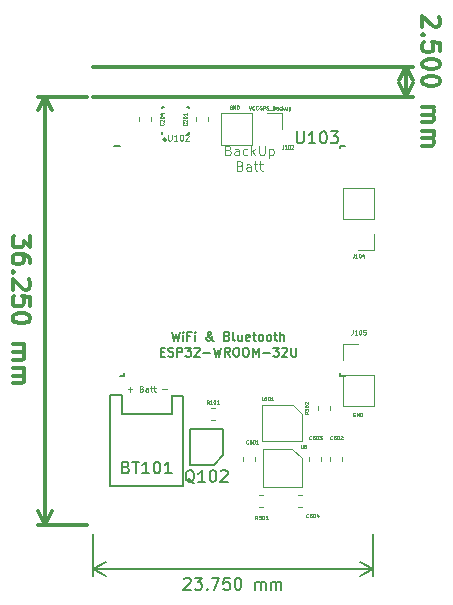
<source format=gto>
G04 #@! TF.GenerationSoftware,KiCad,Pcbnew,(5.0.2)-1*
G04 #@! TF.CreationDate,2019-05-04T17:06:02+02:00*
G04 #@! TF.ProjectId,Cowbell_mini,436f7762-656c-46c5-9f6d-696e692e6b69,v0.4*
G04 #@! TF.SameCoordinates,Original*
G04 #@! TF.FileFunction,Legend,Top*
G04 #@! TF.FilePolarity,Positive*
%FSLAX46Y46*%
G04 Gerber Fmt 4.6, Leading zero omitted, Abs format (unit mm)*
G04 Created by KiCad (PCBNEW (5.0.2)-1) date 5/4/2019 5:06:02 PM*
%MOMM*%
%LPD*%
G01*
G04 APERTURE LIST*
%ADD10C,0.075000*%
%ADD11C,0.300000*%
%ADD12C,0.150000*%
%ADD13C,0.125000*%
%ADD14C,0.190500*%
%ADD15C,0.120000*%
%ADD16C,0.050000*%
%ADD17C,0.050800*%
G04 APERTURE END LIST*
D10*
X137404708Y-54591880D02*
X137376137Y-54577594D01*
X137333280Y-54577594D01*
X137290422Y-54591880D01*
X137261851Y-54620451D01*
X137247565Y-54649022D01*
X137233280Y-54706165D01*
X137233280Y-54749022D01*
X137247565Y-54806165D01*
X137261851Y-54834737D01*
X137290422Y-54863308D01*
X137333280Y-54877594D01*
X137361851Y-54877594D01*
X137404708Y-54863308D01*
X137418994Y-54849022D01*
X137418994Y-54749022D01*
X137361851Y-54749022D01*
X137547565Y-54877594D02*
X137547565Y-54577594D01*
X137718994Y-54877594D01*
X137718994Y-54577594D01*
X137861851Y-54877594D02*
X137861851Y-54577594D01*
X137933280Y-54577594D01*
X137976137Y-54591880D01*
X138004708Y-54620451D01*
X138018994Y-54649022D01*
X138033280Y-54706165D01*
X138033280Y-54749022D01*
X138018994Y-54806165D01*
X138004708Y-54834737D01*
X137976137Y-54863308D01*
X137933280Y-54877594D01*
X137861851Y-54877594D01*
X128424254Y-28598474D02*
X128524254Y-28898474D01*
X128624254Y-28598474D01*
X128895682Y-28869902D02*
X128881397Y-28884188D01*
X128838540Y-28898474D01*
X128809968Y-28898474D01*
X128767111Y-28884188D01*
X128738540Y-28855617D01*
X128724254Y-28827045D01*
X128709968Y-28769902D01*
X128709968Y-28727045D01*
X128724254Y-28669902D01*
X128738540Y-28641331D01*
X128767111Y-28612760D01*
X128809968Y-28598474D01*
X128838540Y-28598474D01*
X128881397Y-28612760D01*
X128895682Y-28627045D01*
X129195682Y-28869902D02*
X129181397Y-28884188D01*
X129138540Y-28898474D01*
X129109968Y-28898474D01*
X129067111Y-28884188D01*
X129038540Y-28855617D01*
X129024254Y-28827045D01*
X129009968Y-28769902D01*
X129009968Y-28727045D01*
X129024254Y-28669902D01*
X129038540Y-28641331D01*
X129067111Y-28612760D01*
X129109968Y-28598474D01*
X129138540Y-28598474D01*
X129181397Y-28612760D01*
X129195682Y-28627045D01*
X129481397Y-28612760D02*
X129452825Y-28598474D01*
X129409968Y-28598474D01*
X129367111Y-28612760D01*
X129338540Y-28641331D01*
X129324254Y-28669902D01*
X129309968Y-28727045D01*
X129309968Y-28769902D01*
X129324254Y-28827045D01*
X129338540Y-28855617D01*
X129367111Y-28884188D01*
X129409968Y-28898474D01*
X129438540Y-28898474D01*
X129481397Y-28884188D01*
X129495682Y-28869902D01*
X129495682Y-28769902D01*
X129438540Y-28769902D01*
X129624254Y-28898474D02*
X129624254Y-28598474D01*
X129738540Y-28598474D01*
X129767111Y-28612760D01*
X129781397Y-28627045D01*
X129795682Y-28655617D01*
X129795682Y-28698474D01*
X129781397Y-28727045D01*
X129767111Y-28741331D01*
X129738540Y-28755617D01*
X129624254Y-28755617D01*
X129909968Y-28884188D02*
X129952825Y-28898474D01*
X130024254Y-28898474D01*
X130052825Y-28884188D01*
X130067111Y-28869902D01*
X130081397Y-28841331D01*
X130081397Y-28812760D01*
X130067111Y-28784188D01*
X130052825Y-28769902D01*
X130024254Y-28755617D01*
X129967111Y-28741331D01*
X129938540Y-28727045D01*
X129924254Y-28712760D01*
X129909968Y-28684188D01*
X129909968Y-28655617D01*
X129924254Y-28627045D01*
X129938540Y-28612760D01*
X129967111Y-28598474D01*
X130038540Y-28598474D01*
X130081397Y-28612760D01*
X130138540Y-28927045D02*
X130367111Y-28927045D01*
X130538540Y-28741331D02*
X130581397Y-28755617D01*
X130595682Y-28769902D01*
X130609968Y-28798474D01*
X130609968Y-28841331D01*
X130595682Y-28869902D01*
X130581397Y-28884188D01*
X130552825Y-28898474D01*
X130438540Y-28898474D01*
X130438540Y-28598474D01*
X130538540Y-28598474D01*
X130567111Y-28612760D01*
X130581397Y-28627045D01*
X130595682Y-28655617D01*
X130595682Y-28684188D01*
X130581397Y-28712760D01*
X130567111Y-28727045D01*
X130538540Y-28741331D01*
X130438540Y-28741331D01*
X130867111Y-28898474D02*
X130867111Y-28741331D01*
X130852825Y-28712760D01*
X130824254Y-28698474D01*
X130767111Y-28698474D01*
X130738540Y-28712760D01*
X130867111Y-28884188D02*
X130838540Y-28898474D01*
X130767111Y-28898474D01*
X130738540Y-28884188D01*
X130724254Y-28855617D01*
X130724254Y-28827045D01*
X130738540Y-28798474D01*
X130767111Y-28784188D01*
X130838540Y-28784188D01*
X130867111Y-28769902D01*
X131138540Y-28884188D02*
X131109968Y-28898474D01*
X131052825Y-28898474D01*
X131024254Y-28884188D01*
X131009968Y-28869902D01*
X130995682Y-28841331D01*
X130995682Y-28755617D01*
X131009968Y-28727045D01*
X131024254Y-28712760D01*
X131052825Y-28698474D01*
X131109968Y-28698474D01*
X131138540Y-28712760D01*
X131267111Y-28898474D02*
X131267111Y-28598474D01*
X131295682Y-28784188D02*
X131381397Y-28898474D01*
X131381397Y-28698474D02*
X131267111Y-28812760D01*
X131638540Y-28698474D02*
X131638540Y-28898474D01*
X131509968Y-28698474D02*
X131509968Y-28855617D01*
X131524254Y-28884188D01*
X131552825Y-28898474D01*
X131595682Y-28898474D01*
X131624254Y-28884188D01*
X131638540Y-28869902D01*
X131781397Y-28698474D02*
X131781397Y-28998474D01*
X131781397Y-28712760D02*
X131809968Y-28698474D01*
X131867111Y-28698474D01*
X131895682Y-28712760D01*
X131909968Y-28727045D01*
X131924254Y-28755617D01*
X131924254Y-28841331D01*
X131909968Y-28869902D01*
X131895682Y-28884188D01*
X131867111Y-28898474D01*
X131809968Y-28898474D01*
X131781397Y-28884188D01*
X126967848Y-28561960D02*
X126939277Y-28547674D01*
X126896420Y-28547674D01*
X126853562Y-28561960D01*
X126824991Y-28590531D01*
X126810705Y-28619102D01*
X126796420Y-28676245D01*
X126796420Y-28719102D01*
X126810705Y-28776245D01*
X126824991Y-28804817D01*
X126853562Y-28833388D01*
X126896420Y-28847674D01*
X126924991Y-28847674D01*
X126967848Y-28833388D01*
X126982134Y-28819102D01*
X126982134Y-28719102D01*
X126924991Y-28719102D01*
X127110705Y-28847674D02*
X127110705Y-28547674D01*
X127282134Y-28847674D01*
X127282134Y-28547674D01*
X127424991Y-28847674D02*
X127424991Y-28547674D01*
X127496420Y-28547674D01*
X127539277Y-28561960D01*
X127567848Y-28590531D01*
X127582134Y-28619102D01*
X127596420Y-28676245D01*
X127596420Y-28719102D01*
X127582134Y-28776245D01*
X127567848Y-28804817D01*
X127539277Y-28833388D01*
X127496420Y-28847674D01*
X127424991Y-28847674D01*
D11*
X144478571Y-21050000D02*
X144550000Y-21121428D01*
X144621428Y-21264285D01*
X144621428Y-21621428D01*
X144550000Y-21764285D01*
X144478571Y-21835714D01*
X144335714Y-21907142D01*
X144192857Y-21907142D01*
X143978571Y-21835714D01*
X143121428Y-20978571D01*
X143121428Y-21907142D01*
X143264285Y-22550000D02*
X143192857Y-22621428D01*
X143121428Y-22550000D01*
X143192857Y-22478571D01*
X143264285Y-22550000D01*
X143121428Y-22550000D01*
X144621428Y-23978571D02*
X144621428Y-23264285D01*
X143907142Y-23192857D01*
X143978571Y-23264285D01*
X144050000Y-23407142D01*
X144050000Y-23764285D01*
X143978571Y-23907142D01*
X143907142Y-23978571D01*
X143764285Y-24050000D01*
X143407142Y-24050000D01*
X143264285Y-23978571D01*
X143192857Y-23907142D01*
X143121428Y-23764285D01*
X143121428Y-23407142D01*
X143192857Y-23264285D01*
X143264285Y-23192857D01*
X144621428Y-24978571D02*
X144621428Y-25121428D01*
X144550000Y-25264285D01*
X144478571Y-25335714D01*
X144335714Y-25407142D01*
X144050000Y-25478571D01*
X143692857Y-25478571D01*
X143407142Y-25407142D01*
X143264285Y-25335714D01*
X143192857Y-25264285D01*
X143121428Y-25121428D01*
X143121428Y-24978571D01*
X143192857Y-24835714D01*
X143264285Y-24764285D01*
X143407142Y-24692857D01*
X143692857Y-24621428D01*
X144050000Y-24621428D01*
X144335714Y-24692857D01*
X144478571Y-24764285D01*
X144550000Y-24835714D01*
X144621428Y-24978571D01*
X144621428Y-26407142D02*
X144621428Y-26550000D01*
X144550000Y-26692857D01*
X144478571Y-26764285D01*
X144335714Y-26835714D01*
X144050000Y-26907142D01*
X143692857Y-26907142D01*
X143407142Y-26835714D01*
X143264285Y-26764285D01*
X143192857Y-26692857D01*
X143121428Y-26550000D01*
X143121428Y-26407142D01*
X143192857Y-26264285D01*
X143264285Y-26192857D01*
X143407142Y-26121428D01*
X143692857Y-26050000D01*
X144050000Y-26050000D01*
X144335714Y-26121428D01*
X144478571Y-26192857D01*
X144550000Y-26264285D01*
X144621428Y-26407142D01*
X143121428Y-28692857D02*
X144121428Y-28692857D01*
X143978571Y-28692857D02*
X144050000Y-28764285D01*
X144121428Y-28907142D01*
X144121428Y-29121428D01*
X144050000Y-29264285D01*
X143907142Y-29335714D01*
X143121428Y-29335714D01*
X143907142Y-29335714D02*
X144050000Y-29407142D01*
X144121428Y-29550000D01*
X144121428Y-29764285D01*
X144050000Y-29907142D01*
X143907142Y-29978571D01*
X143121428Y-29978571D01*
X143121428Y-30692857D02*
X144121428Y-30692857D01*
X143978571Y-30692857D02*
X144050000Y-30764285D01*
X144121428Y-30907142D01*
X144121428Y-31121428D01*
X144050000Y-31264285D01*
X143907142Y-31335714D01*
X143121428Y-31335714D01*
X143907142Y-31335714D02*
X144050000Y-31407142D01*
X144121428Y-31550000D01*
X144121428Y-31764285D01*
X144050000Y-31907142D01*
X143907142Y-31978571D01*
X143121428Y-31978571D01*
X141700000Y-25300000D02*
X141700000Y-27800000D01*
X115200000Y-25300000D02*
X142286421Y-25300000D01*
X115200000Y-27800000D02*
X142286421Y-27800000D01*
X141700000Y-27800000D02*
X141113579Y-26673496D01*
X141700000Y-27800000D02*
X142286421Y-26673496D01*
X141700000Y-25300000D02*
X141113579Y-26426504D01*
X141700000Y-25300000D02*
X142286421Y-26426504D01*
D12*
X122932142Y-68644595D02*
X122979761Y-68596976D01*
X123075000Y-68549356D01*
X123313095Y-68549356D01*
X123408333Y-68596976D01*
X123455952Y-68644595D01*
X123503571Y-68739833D01*
X123503571Y-68835071D01*
X123455952Y-68977928D01*
X122884523Y-69549356D01*
X123503571Y-69549356D01*
X123836904Y-68549356D02*
X124455952Y-68549356D01*
X124122619Y-68930309D01*
X124265476Y-68930309D01*
X124360714Y-68977928D01*
X124408333Y-69025547D01*
X124455952Y-69120785D01*
X124455952Y-69358880D01*
X124408333Y-69454118D01*
X124360714Y-69501737D01*
X124265476Y-69549356D01*
X123979761Y-69549356D01*
X123884523Y-69501737D01*
X123836904Y-69454118D01*
X124884523Y-69454118D02*
X124932142Y-69501737D01*
X124884523Y-69549356D01*
X124836904Y-69501737D01*
X124884523Y-69454118D01*
X124884523Y-69549356D01*
X125265476Y-68549356D02*
X125932142Y-68549356D01*
X125503571Y-69549356D01*
X126789285Y-68549356D02*
X126313095Y-68549356D01*
X126265476Y-69025547D01*
X126313095Y-68977928D01*
X126408333Y-68930309D01*
X126646428Y-68930309D01*
X126741666Y-68977928D01*
X126789285Y-69025547D01*
X126836904Y-69120785D01*
X126836904Y-69358880D01*
X126789285Y-69454118D01*
X126741666Y-69501737D01*
X126646428Y-69549356D01*
X126408333Y-69549356D01*
X126313095Y-69501737D01*
X126265476Y-69454118D01*
X127455952Y-68549356D02*
X127551190Y-68549356D01*
X127646428Y-68596976D01*
X127694047Y-68644595D01*
X127741666Y-68739833D01*
X127789285Y-68930309D01*
X127789285Y-69168404D01*
X127741666Y-69358880D01*
X127694047Y-69454118D01*
X127646428Y-69501737D01*
X127551190Y-69549356D01*
X127455952Y-69549356D01*
X127360714Y-69501737D01*
X127313095Y-69454118D01*
X127265476Y-69358880D01*
X127217857Y-69168404D01*
X127217857Y-68930309D01*
X127265476Y-68739833D01*
X127313095Y-68644595D01*
X127360714Y-68596976D01*
X127455952Y-68549356D01*
X128979761Y-69549356D02*
X128979761Y-68882690D01*
X128979761Y-68977928D02*
X129027380Y-68930309D01*
X129122619Y-68882690D01*
X129265476Y-68882690D01*
X129360714Y-68930309D01*
X129408333Y-69025547D01*
X129408333Y-69549356D01*
X129408333Y-69025547D02*
X129455952Y-68930309D01*
X129551190Y-68882690D01*
X129694047Y-68882690D01*
X129789285Y-68930309D01*
X129836904Y-69025547D01*
X129836904Y-69549356D01*
X130313095Y-69549356D02*
X130313095Y-68882690D01*
X130313095Y-68977928D02*
X130360714Y-68930309D01*
X130455952Y-68882690D01*
X130598809Y-68882690D01*
X130694047Y-68930309D01*
X130741666Y-69025547D01*
X130741666Y-69549356D01*
X130741666Y-69025547D02*
X130789285Y-68930309D01*
X130884523Y-68882690D01*
X131027380Y-68882690D01*
X131122619Y-68930309D01*
X131170238Y-69025547D01*
X131170238Y-69549356D01*
X115200000Y-67796976D02*
X138950000Y-67796976D01*
X115200000Y-64800000D02*
X115200000Y-68383397D01*
X138950000Y-64800000D02*
X138950000Y-68383397D01*
X138950000Y-67796976D02*
X137823496Y-68383397D01*
X138950000Y-67796976D02*
X137823496Y-67210555D01*
X115200000Y-67796976D02*
X116326504Y-68383397D01*
X115200000Y-67796976D02*
X116326504Y-67210555D01*
D13*
X118172322Y-52588114D02*
X118553275Y-52588114D01*
X118362799Y-52778590D02*
X118362799Y-52397638D01*
X119338989Y-52516685D02*
X119410418Y-52540495D01*
X119434227Y-52564304D01*
X119458037Y-52611923D01*
X119458037Y-52683352D01*
X119434227Y-52730971D01*
X119410418Y-52754780D01*
X119362799Y-52778590D01*
X119172322Y-52778590D01*
X119172322Y-52278590D01*
X119338989Y-52278590D01*
X119386608Y-52302400D01*
X119410418Y-52326209D01*
X119434227Y-52373828D01*
X119434227Y-52421447D01*
X119410418Y-52469066D01*
X119386608Y-52492876D01*
X119338989Y-52516685D01*
X119172322Y-52516685D01*
X119886608Y-52778590D02*
X119886608Y-52516685D01*
X119862799Y-52469066D01*
X119815180Y-52445257D01*
X119719941Y-52445257D01*
X119672322Y-52469066D01*
X119886608Y-52754780D02*
X119838989Y-52778590D01*
X119719941Y-52778590D01*
X119672322Y-52754780D01*
X119648513Y-52707161D01*
X119648513Y-52659542D01*
X119672322Y-52611923D01*
X119719941Y-52588114D01*
X119838989Y-52588114D01*
X119886608Y-52564304D01*
X120053275Y-52445257D02*
X120243751Y-52445257D01*
X120124703Y-52278590D02*
X120124703Y-52707161D01*
X120148513Y-52754780D01*
X120196132Y-52778590D01*
X120243751Y-52778590D01*
X120338989Y-52445257D02*
X120529465Y-52445257D01*
X120410418Y-52278590D02*
X120410418Y-52707161D01*
X120434227Y-52754780D01*
X120481846Y-52778590D01*
X120529465Y-52778590D01*
X121077084Y-52588114D02*
X121458037Y-52588114D01*
X126697619Y-32330357D02*
X126811904Y-32368452D01*
X126850000Y-32406547D01*
X126888095Y-32482738D01*
X126888095Y-32597023D01*
X126850000Y-32673214D01*
X126811904Y-32711309D01*
X126735714Y-32749404D01*
X126430952Y-32749404D01*
X126430952Y-31949404D01*
X126697619Y-31949404D01*
X126773809Y-31987500D01*
X126811904Y-32025595D01*
X126850000Y-32101785D01*
X126850000Y-32177976D01*
X126811904Y-32254166D01*
X126773809Y-32292261D01*
X126697619Y-32330357D01*
X126430952Y-32330357D01*
X127573809Y-32749404D02*
X127573809Y-32330357D01*
X127535714Y-32254166D01*
X127459523Y-32216071D01*
X127307142Y-32216071D01*
X127230952Y-32254166D01*
X127573809Y-32711309D02*
X127497619Y-32749404D01*
X127307142Y-32749404D01*
X127230952Y-32711309D01*
X127192857Y-32635119D01*
X127192857Y-32558928D01*
X127230952Y-32482738D01*
X127307142Y-32444642D01*
X127497619Y-32444642D01*
X127573809Y-32406547D01*
X128297619Y-32711309D02*
X128221428Y-32749404D01*
X128069047Y-32749404D01*
X127992857Y-32711309D01*
X127954761Y-32673214D01*
X127916666Y-32597023D01*
X127916666Y-32368452D01*
X127954761Y-32292261D01*
X127992857Y-32254166D01*
X128069047Y-32216071D01*
X128221428Y-32216071D01*
X128297619Y-32254166D01*
X128640476Y-32749404D02*
X128640476Y-31949404D01*
X128716666Y-32444642D02*
X128945238Y-32749404D01*
X128945238Y-32216071D02*
X128640476Y-32520833D01*
X129288095Y-31949404D02*
X129288095Y-32597023D01*
X129326190Y-32673214D01*
X129364285Y-32711309D01*
X129440476Y-32749404D01*
X129592857Y-32749404D01*
X129669047Y-32711309D01*
X129707142Y-32673214D01*
X129745238Y-32597023D01*
X129745238Y-31949404D01*
X130126190Y-32216071D02*
X130126190Y-33016071D01*
X130126190Y-32254166D02*
X130202380Y-32216071D01*
X130354761Y-32216071D01*
X130430952Y-32254166D01*
X130469047Y-32292261D01*
X130507142Y-32368452D01*
X130507142Y-32597023D01*
X130469047Y-32673214D01*
X130430952Y-32711309D01*
X130354761Y-32749404D01*
X130202380Y-32749404D01*
X130126190Y-32711309D01*
X127688095Y-33655357D02*
X127802380Y-33693452D01*
X127840476Y-33731547D01*
X127878571Y-33807738D01*
X127878571Y-33922023D01*
X127840476Y-33998214D01*
X127802380Y-34036309D01*
X127726190Y-34074404D01*
X127421428Y-34074404D01*
X127421428Y-33274404D01*
X127688095Y-33274404D01*
X127764285Y-33312500D01*
X127802380Y-33350595D01*
X127840476Y-33426785D01*
X127840476Y-33502976D01*
X127802380Y-33579166D01*
X127764285Y-33617261D01*
X127688095Y-33655357D01*
X127421428Y-33655357D01*
X128564285Y-34074404D02*
X128564285Y-33655357D01*
X128526190Y-33579166D01*
X128450000Y-33541071D01*
X128297619Y-33541071D01*
X128221428Y-33579166D01*
X128564285Y-34036309D02*
X128488095Y-34074404D01*
X128297619Y-34074404D01*
X128221428Y-34036309D01*
X128183333Y-33960119D01*
X128183333Y-33883928D01*
X128221428Y-33807738D01*
X128297619Y-33769642D01*
X128488095Y-33769642D01*
X128564285Y-33731547D01*
X128830952Y-33541071D02*
X129135714Y-33541071D01*
X128945238Y-33274404D02*
X128945238Y-33960119D01*
X128983333Y-34036309D01*
X129059523Y-34074404D01*
X129135714Y-34074404D01*
X129288095Y-33541071D02*
X129592857Y-33541071D01*
X129402380Y-33274404D02*
X129402380Y-33960119D01*
X129440476Y-34036309D01*
X129516666Y-34074404D01*
X129592857Y-34074404D01*
D14*
X121910285Y-47715964D02*
X122091714Y-48477964D01*
X122236857Y-47933678D01*
X122382000Y-48477964D01*
X122563428Y-47715964D01*
X122853714Y-48477964D02*
X122853714Y-47969964D01*
X122853714Y-47715964D02*
X122817428Y-47752250D01*
X122853714Y-47788535D01*
X122890000Y-47752250D01*
X122853714Y-47715964D01*
X122853714Y-47788535D01*
X123470571Y-48078821D02*
X123216571Y-48078821D01*
X123216571Y-48477964D02*
X123216571Y-47715964D01*
X123579428Y-47715964D01*
X123869714Y-48477964D02*
X123869714Y-47969964D01*
X123869714Y-47715964D02*
X123833428Y-47752250D01*
X123869714Y-47788535D01*
X123906000Y-47752250D01*
X123869714Y-47715964D01*
X123869714Y-47788535D01*
X125430000Y-48477964D02*
X125393714Y-48477964D01*
X125321142Y-48441678D01*
X125212285Y-48332821D01*
X125030857Y-48115107D01*
X124958285Y-48006250D01*
X124922000Y-47897392D01*
X124922000Y-47824821D01*
X124958285Y-47752250D01*
X125030857Y-47715964D01*
X125067142Y-47715964D01*
X125139714Y-47752250D01*
X125176000Y-47824821D01*
X125176000Y-47861107D01*
X125139714Y-47933678D01*
X125103428Y-47969964D01*
X124885714Y-48115107D01*
X124849428Y-48151392D01*
X124813142Y-48223964D01*
X124813142Y-48332821D01*
X124849428Y-48405392D01*
X124885714Y-48441678D01*
X124958285Y-48477964D01*
X125067142Y-48477964D01*
X125139714Y-48441678D01*
X125176000Y-48405392D01*
X125284857Y-48260250D01*
X125321142Y-48151392D01*
X125321142Y-48078821D01*
X126591142Y-48078821D02*
X126700000Y-48115107D01*
X126736285Y-48151392D01*
X126772571Y-48223964D01*
X126772571Y-48332821D01*
X126736285Y-48405392D01*
X126700000Y-48441678D01*
X126627428Y-48477964D01*
X126337142Y-48477964D01*
X126337142Y-47715964D01*
X126591142Y-47715964D01*
X126663714Y-47752250D01*
X126700000Y-47788535D01*
X126736285Y-47861107D01*
X126736285Y-47933678D01*
X126700000Y-48006250D01*
X126663714Y-48042535D01*
X126591142Y-48078821D01*
X126337142Y-48078821D01*
X127208000Y-48477964D02*
X127135428Y-48441678D01*
X127099142Y-48369107D01*
X127099142Y-47715964D01*
X127824857Y-47969964D02*
X127824857Y-48477964D01*
X127498285Y-47969964D02*
X127498285Y-48369107D01*
X127534571Y-48441678D01*
X127607142Y-48477964D01*
X127716000Y-48477964D01*
X127788571Y-48441678D01*
X127824857Y-48405392D01*
X128478000Y-48441678D02*
X128405428Y-48477964D01*
X128260285Y-48477964D01*
X128187714Y-48441678D01*
X128151428Y-48369107D01*
X128151428Y-48078821D01*
X128187714Y-48006250D01*
X128260285Y-47969964D01*
X128405428Y-47969964D01*
X128478000Y-48006250D01*
X128514285Y-48078821D01*
X128514285Y-48151392D01*
X128151428Y-48223964D01*
X128732000Y-47969964D02*
X129022285Y-47969964D01*
X128840857Y-47715964D02*
X128840857Y-48369107D01*
X128877142Y-48441678D01*
X128949714Y-48477964D01*
X129022285Y-48477964D01*
X129385142Y-48477964D02*
X129312571Y-48441678D01*
X129276285Y-48405392D01*
X129240000Y-48332821D01*
X129240000Y-48115107D01*
X129276285Y-48042535D01*
X129312571Y-48006250D01*
X129385142Y-47969964D01*
X129494000Y-47969964D01*
X129566571Y-48006250D01*
X129602857Y-48042535D01*
X129639142Y-48115107D01*
X129639142Y-48332821D01*
X129602857Y-48405392D01*
X129566571Y-48441678D01*
X129494000Y-48477964D01*
X129385142Y-48477964D01*
X130074571Y-48477964D02*
X130002000Y-48441678D01*
X129965714Y-48405392D01*
X129929428Y-48332821D01*
X129929428Y-48115107D01*
X129965714Y-48042535D01*
X130002000Y-48006250D01*
X130074571Y-47969964D01*
X130183428Y-47969964D01*
X130256000Y-48006250D01*
X130292285Y-48042535D01*
X130328571Y-48115107D01*
X130328571Y-48332821D01*
X130292285Y-48405392D01*
X130256000Y-48441678D01*
X130183428Y-48477964D01*
X130074571Y-48477964D01*
X130546285Y-47969964D02*
X130836571Y-47969964D01*
X130655142Y-47715964D02*
X130655142Y-48369107D01*
X130691428Y-48441678D01*
X130764000Y-48477964D01*
X130836571Y-48477964D01*
X131090571Y-48477964D02*
X131090571Y-47715964D01*
X131417142Y-48477964D02*
X131417142Y-48078821D01*
X131380857Y-48006250D01*
X131308285Y-47969964D01*
X131199428Y-47969964D01*
X131126857Y-48006250D01*
X131090571Y-48042535D01*
X120948714Y-49412321D02*
X121202714Y-49412321D01*
X121311571Y-49811464D02*
X120948714Y-49811464D01*
X120948714Y-49049464D01*
X121311571Y-49049464D01*
X121601857Y-49775178D02*
X121710714Y-49811464D01*
X121892142Y-49811464D01*
X121964714Y-49775178D01*
X122001000Y-49738892D01*
X122037285Y-49666321D01*
X122037285Y-49593750D01*
X122001000Y-49521178D01*
X121964714Y-49484892D01*
X121892142Y-49448607D01*
X121747000Y-49412321D01*
X121674428Y-49376035D01*
X121638142Y-49339750D01*
X121601857Y-49267178D01*
X121601857Y-49194607D01*
X121638142Y-49122035D01*
X121674428Y-49085750D01*
X121747000Y-49049464D01*
X121928428Y-49049464D01*
X122037285Y-49085750D01*
X122363857Y-49811464D02*
X122363857Y-49049464D01*
X122654142Y-49049464D01*
X122726714Y-49085750D01*
X122763000Y-49122035D01*
X122799285Y-49194607D01*
X122799285Y-49303464D01*
X122763000Y-49376035D01*
X122726714Y-49412321D01*
X122654142Y-49448607D01*
X122363857Y-49448607D01*
X123053285Y-49049464D02*
X123525000Y-49049464D01*
X123271000Y-49339750D01*
X123379857Y-49339750D01*
X123452428Y-49376035D01*
X123488714Y-49412321D01*
X123525000Y-49484892D01*
X123525000Y-49666321D01*
X123488714Y-49738892D01*
X123452428Y-49775178D01*
X123379857Y-49811464D01*
X123162142Y-49811464D01*
X123089571Y-49775178D01*
X123053285Y-49738892D01*
X123815285Y-49122035D02*
X123851571Y-49085750D01*
X123924142Y-49049464D01*
X124105571Y-49049464D01*
X124178142Y-49085750D01*
X124214428Y-49122035D01*
X124250714Y-49194607D01*
X124250714Y-49267178D01*
X124214428Y-49376035D01*
X123779000Y-49811464D01*
X124250714Y-49811464D01*
X124577285Y-49521178D02*
X125157857Y-49521178D01*
X125448142Y-49049464D02*
X125629571Y-49811464D01*
X125774714Y-49267178D01*
X125919857Y-49811464D01*
X126101285Y-49049464D01*
X126827000Y-49811464D02*
X126573000Y-49448607D01*
X126391571Y-49811464D02*
X126391571Y-49049464D01*
X126681857Y-49049464D01*
X126754428Y-49085750D01*
X126790714Y-49122035D01*
X126827000Y-49194607D01*
X126827000Y-49303464D01*
X126790714Y-49376035D01*
X126754428Y-49412321D01*
X126681857Y-49448607D01*
X126391571Y-49448607D01*
X127298714Y-49049464D02*
X127443857Y-49049464D01*
X127516428Y-49085750D01*
X127589000Y-49158321D01*
X127625285Y-49303464D01*
X127625285Y-49557464D01*
X127589000Y-49702607D01*
X127516428Y-49775178D01*
X127443857Y-49811464D01*
X127298714Y-49811464D01*
X127226142Y-49775178D01*
X127153571Y-49702607D01*
X127117285Y-49557464D01*
X127117285Y-49303464D01*
X127153571Y-49158321D01*
X127226142Y-49085750D01*
X127298714Y-49049464D01*
X128097000Y-49049464D02*
X128242142Y-49049464D01*
X128314714Y-49085750D01*
X128387285Y-49158321D01*
X128423571Y-49303464D01*
X128423571Y-49557464D01*
X128387285Y-49702607D01*
X128314714Y-49775178D01*
X128242142Y-49811464D01*
X128097000Y-49811464D01*
X128024428Y-49775178D01*
X127951857Y-49702607D01*
X127915571Y-49557464D01*
X127915571Y-49303464D01*
X127951857Y-49158321D01*
X128024428Y-49085750D01*
X128097000Y-49049464D01*
X128750142Y-49811464D02*
X128750142Y-49049464D01*
X129004142Y-49593750D01*
X129258142Y-49049464D01*
X129258142Y-49811464D01*
X129621000Y-49521178D02*
X130201571Y-49521178D01*
X130491857Y-49049464D02*
X130963571Y-49049464D01*
X130709571Y-49339750D01*
X130818428Y-49339750D01*
X130891000Y-49376035D01*
X130927285Y-49412321D01*
X130963571Y-49484892D01*
X130963571Y-49666321D01*
X130927285Y-49738892D01*
X130891000Y-49775178D01*
X130818428Y-49811464D01*
X130600714Y-49811464D01*
X130528142Y-49775178D01*
X130491857Y-49738892D01*
X131253857Y-49122035D02*
X131290142Y-49085750D01*
X131362714Y-49049464D01*
X131544142Y-49049464D01*
X131616714Y-49085750D01*
X131653000Y-49122035D01*
X131689285Y-49194607D01*
X131689285Y-49267178D01*
X131653000Y-49376035D01*
X131217571Y-49811464D01*
X131689285Y-49811464D01*
X132015857Y-49049464D02*
X132015857Y-49666321D01*
X132052142Y-49738892D01*
X132088428Y-49775178D01*
X132161000Y-49811464D01*
X132306142Y-49811464D01*
X132378714Y-49775178D01*
X132415000Y-49738892D01*
X132451285Y-49666321D01*
X132451285Y-49049464D01*
D11*
X109913736Y-39639285D02*
X109913736Y-40567857D01*
X109342308Y-40067857D01*
X109342308Y-40282142D01*
X109270879Y-40425000D01*
X109199450Y-40496428D01*
X109056593Y-40567857D01*
X108699450Y-40567857D01*
X108556593Y-40496428D01*
X108485165Y-40425000D01*
X108413736Y-40282142D01*
X108413736Y-39853571D01*
X108485165Y-39710714D01*
X108556593Y-39639285D01*
X109913736Y-41853571D02*
X109913736Y-41567857D01*
X109842308Y-41425000D01*
X109770879Y-41353571D01*
X109556593Y-41210714D01*
X109270879Y-41139285D01*
X108699450Y-41139285D01*
X108556593Y-41210714D01*
X108485165Y-41282142D01*
X108413736Y-41425000D01*
X108413736Y-41710714D01*
X108485165Y-41853571D01*
X108556593Y-41925000D01*
X108699450Y-41996428D01*
X109056593Y-41996428D01*
X109199450Y-41925000D01*
X109270879Y-41853571D01*
X109342308Y-41710714D01*
X109342308Y-41425000D01*
X109270879Y-41282142D01*
X109199450Y-41210714D01*
X109056593Y-41139285D01*
X108556593Y-42639285D02*
X108485165Y-42710714D01*
X108413736Y-42639285D01*
X108485165Y-42567857D01*
X108556593Y-42639285D01*
X108413736Y-42639285D01*
X109770879Y-43282142D02*
X109842308Y-43353571D01*
X109913736Y-43496428D01*
X109913736Y-43853571D01*
X109842308Y-43996428D01*
X109770879Y-44067857D01*
X109628022Y-44139285D01*
X109485165Y-44139285D01*
X109270879Y-44067857D01*
X108413736Y-43210714D01*
X108413736Y-44139285D01*
X109913736Y-45496428D02*
X109913736Y-44782142D01*
X109199450Y-44710714D01*
X109270879Y-44782142D01*
X109342308Y-44925000D01*
X109342308Y-45282142D01*
X109270879Y-45425000D01*
X109199450Y-45496428D01*
X109056593Y-45567857D01*
X108699450Y-45567857D01*
X108556593Y-45496428D01*
X108485165Y-45425000D01*
X108413736Y-45282142D01*
X108413736Y-44925000D01*
X108485165Y-44782142D01*
X108556593Y-44710714D01*
X109913736Y-46496428D02*
X109913736Y-46639285D01*
X109842308Y-46782142D01*
X109770879Y-46853571D01*
X109628022Y-46925000D01*
X109342308Y-46996428D01*
X108985165Y-46996428D01*
X108699450Y-46925000D01*
X108556593Y-46853571D01*
X108485165Y-46782142D01*
X108413736Y-46639285D01*
X108413736Y-46496428D01*
X108485165Y-46353571D01*
X108556593Y-46282142D01*
X108699450Y-46210714D01*
X108985165Y-46139285D01*
X109342308Y-46139285D01*
X109628022Y-46210714D01*
X109770879Y-46282142D01*
X109842308Y-46353571D01*
X109913736Y-46496428D01*
X108413736Y-48782142D02*
X109413736Y-48782142D01*
X109270879Y-48782142D02*
X109342308Y-48853571D01*
X109413736Y-48996428D01*
X109413736Y-49210714D01*
X109342308Y-49353571D01*
X109199450Y-49425000D01*
X108413736Y-49425000D01*
X109199450Y-49425000D02*
X109342308Y-49496428D01*
X109413736Y-49639285D01*
X109413736Y-49853571D01*
X109342308Y-49996428D01*
X109199450Y-50067857D01*
X108413736Y-50067857D01*
X108413736Y-50782142D02*
X109413736Y-50782142D01*
X109270879Y-50782142D02*
X109342308Y-50853571D01*
X109413736Y-50996428D01*
X109413736Y-51210714D01*
X109342308Y-51353571D01*
X109199450Y-51425000D01*
X108413736Y-51425000D01*
X109199450Y-51425000D02*
X109342308Y-51496428D01*
X109413736Y-51639285D01*
X109413736Y-51853571D01*
X109342308Y-51996428D01*
X109199450Y-52067857D01*
X108413736Y-52067857D01*
X111192308Y-27800000D02*
X111192308Y-64050000D01*
X114700000Y-27800000D02*
X110605887Y-27800000D01*
X114700000Y-64050000D02*
X110605887Y-64050000D01*
X111192308Y-64050000D02*
X110605887Y-62923496D01*
X111192308Y-64050000D02*
X111778729Y-62923496D01*
X111192308Y-27800000D02*
X110605887Y-28926504D01*
X111192308Y-27800000D02*
X111778729Y-28926504D01*
D12*
G04 #@! TO.C,U103*
X136525000Y-31965000D02*
X136150000Y-31965000D01*
X136150000Y-31965000D02*
X136150000Y-32190000D01*
X136525000Y-51465000D02*
X136150000Y-51465000D01*
X136150000Y-51465000D02*
X136150000Y-51240000D01*
X117475000Y-51465000D02*
X117850000Y-51465000D01*
X117850000Y-51465000D02*
X117850000Y-51240000D01*
X117475000Y-31965000D02*
X117000000Y-31965000D01*
D15*
G04 #@! TO.C,C204*
X119124000Y-29555221D02*
X119124000Y-29880779D01*
X120144000Y-29555221D02*
X120144000Y-29880779D01*
G04 #@! TO.C,C201*
X124970000Y-29880779D02*
X124970000Y-29555221D01*
X123950000Y-29880779D02*
X123950000Y-29555221D01*
G04 #@! TO.C,U5*
X129630000Y-57630000D02*
X132090000Y-57630000D01*
X129630000Y-60830000D02*
X129630000Y-57630000D01*
X132890000Y-60830000D02*
X129630000Y-60830000D01*
X132890000Y-58430000D02*
X132890000Y-60830000D01*
X132090000Y-57630000D02*
X132890000Y-58430000D01*
G04 #@! TO.C,R501*
X129653267Y-61514000D02*
X129310733Y-61514000D01*
X129653267Y-62534000D02*
X129310733Y-62534000D01*
G04 #@! TO.C,L501*
X129560000Y-53870000D02*
X132160000Y-53870000D01*
X129560000Y-56970000D02*
X129560000Y-53870000D01*
X132960000Y-56970000D02*
X129560000Y-56970000D01*
X132960000Y-54670000D02*
X132960000Y-56970000D01*
X132160000Y-53870000D02*
X132960000Y-54670000D01*
G04 #@! TO.C,C504*
X132621221Y-62534000D02*
X132946779Y-62534000D01*
X132621221Y-61514000D02*
X132946779Y-61514000D01*
G04 #@! TO.C,C503*
X133544000Y-58305221D02*
X133544000Y-58630779D01*
X134564000Y-58305221D02*
X134564000Y-58630779D01*
G04 #@! TO.C,C502*
X135322000Y-58305221D02*
X135322000Y-58630779D01*
X136342000Y-58305221D02*
X136342000Y-58630779D01*
G04 #@! TO.C,C501*
X127956000Y-58305221D02*
X127956000Y-58630779D01*
X128976000Y-58305221D02*
X128976000Y-58630779D01*
D12*
G04 #@! TO.C,Q102*
X126227000Y-55980000D02*
X126227000Y-58180000D01*
X123477000Y-55980000D02*
X126227000Y-55980000D01*
X123477000Y-58980000D02*
X123477000Y-55980000D01*
X125427000Y-58980000D02*
X123477000Y-58980000D01*
X126227000Y-58180000D02*
X125427000Y-58980000D01*
D15*
G04 #@! TO.C,R101*
X125531267Y-54176000D02*
X125188733Y-54176000D01*
X125531267Y-55196000D02*
X125188733Y-55196000D01*
G04 #@! TO.C,R302*
X135268000Y-54340779D02*
X135268000Y-54015221D01*
X134248000Y-54340779D02*
X134248000Y-54015221D01*
D12*
G04 #@! TO.C,BT101*
X117672000Y-53086000D02*
X116672000Y-53086000D01*
X117672000Y-54686000D02*
X117672000Y-53086000D01*
X121872000Y-54686000D02*
X117672000Y-54686000D01*
X121872000Y-53086000D02*
X121872000Y-54686000D01*
X122872000Y-60736000D02*
X122872000Y-53136000D01*
X116672000Y-60736000D02*
X122872000Y-60736000D01*
X116672000Y-53136000D02*
X116672000Y-60686000D01*
X122872000Y-53136000D02*
X121872000Y-53136000D01*
G04 #@! TO.C,U102*
X121452990Y-31451000D02*
G75*
G03X121452990Y-31451000I-141990J0D01*
G01*
X121050000Y-30800000D02*
X121050000Y-30937500D01*
X123350000Y-30950000D02*
X123200000Y-30950000D01*
X123350000Y-30800000D02*
X123350000Y-30950000D01*
X123350000Y-28650000D02*
X123200000Y-28650000D01*
X123350000Y-28800000D02*
X123350000Y-28650000D01*
X121050000Y-28650000D02*
X121200000Y-28650000D01*
X121050000Y-28800000D02*
X121050000Y-28650000D01*
D15*
G04 #@! TO.C,J105*
X136370000Y-48784000D02*
X137700000Y-48784000D01*
X136370000Y-50114000D02*
X136370000Y-48784000D01*
X136370000Y-51384000D02*
X139030000Y-51384000D01*
X139030000Y-51384000D02*
X139030000Y-53984000D01*
X136370000Y-51384000D02*
X136370000Y-53984000D01*
X136370000Y-53984000D02*
X139030000Y-53984000D01*
G04 #@! TO.C,J102*
X131262000Y-29226000D02*
X131262000Y-30556000D01*
X129932000Y-29226000D02*
X131262000Y-29226000D01*
X128662000Y-29226000D02*
X128662000Y-31886000D01*
X128662000Y-31886000D02*
X126062000Y-31886000D01*
X128662000Y-29226000D02*
X126062000Y-29226000D01*
X126062000Y-29226000D02*
X126062000Y-31886000D01*
G04 #@! TO.C,J104*
X139030000Y-35576000D02*
X136370000Y-35576000D01*
X139030000Y-38176000D02*
X139030000Y-35576000D01*
X136370000Y-38176000D02*
X136370000Y-35576000D01*
X139030000Y-38176000D02*
X136370000Y-38176000D01*
X139030000Y-39446000D02*
X139030000Y-40776000D01*
X139030000Y-40776000D02*
X137700000Y-40776000D01*
G04 #@! TO.C,U103*
D12*
X132485714Y-30752380D02*
X132485714Y-31561904D01*
X132533333Y-31657142D01*
X132580952Y-31704761D01*
X132676190Y-31752380D01*
X132866666Y-31752380D01*
X132961904Y-31704761D01*
X133009523Y-31657142D01*
X133057142Y-31561904D01*
X133057142Y-30752380D01*
X134057142Y-31752380D02*
X133485714Y-31752380D01*
X133771428Y-31752380D02*
X133771428Y-30752380D01*
X133676190Y-30895238D01*
X133580952Y-30990476D01*
X133485714Y-31038095D01*
X134676190Y-30752380D02*
X134771428Y-30752380D01*
X134866666Y-30800000D01*
X134914285Y-30847619D01*
X134961904Y-30942857D01*
X135009523Y-31133333D01*
X135009523Y-31371428D01*
X134961904Y-31561904D01*
X134914285Y-31657142D01*
X134866666Y-31704761D01*
X134771428Y-31752380D01*
X134676190Y-31752380D01*
X134580952Y-31704761D01*
X134533333Y-31657142D01*
X134485714Y-31561904D01*
X134438095Y-31371428D01*
X134438095Y-31133333D01*
X134485714Y-30942857D01*
X134533333Y-30847619D01*
X134580952Y-30800000D01*
X134676190Y-30752380D01*
X135342857Y-30752380D02*
X135961904Y-30752380D01*
X135628571Y-31133333D01*
X135771428Y-31133333D01*
X135866666Y-31180952D01*
X135914285Y-31228571D01*
X135961904Y-31323809D01*
X135961904Y-31561904D01*
X135914285Y-31657142D01*
X135866666Y-31704761D01*
X135771428Y-31752380D01*
X135485714Y-31752380D01*
X135390476Y-31704761D01*
X135342857Y-31657142D01*
G04 #@! TO.C,C204*
D16*
X121171142Y-30053714D02*
X121185428Y-30068000D01*
X121199714Y-30110857D01*
X121199714Y-30139428D01*
X121185428Y-30182285D01*
X121156857Y-30210857D01*
X121128285Y-30225142D01*
X121071142Y-30239428D01*
X121028285Y-30239428D01*
X120971142Y-30225142D01*
X120942571Y-30210857D01*
X120914000Y-30182285D01*
X120899714Y-30139428D01*
X120899714Y-30110857D01*
X120914000Y-30068000D01*
X120928285Y-30053714D01*
X120928285Y-29939428D02*
X120914000Y-29925142D01*
X120899714Y-29896571D01*
X120899714Y-29825142D01*
X120914000Y-29796571D01*
X120928285Y-29782285D01*
X120956857Y-29768000D01*
X120985428Y-29768000D01*
X121028285Y-29782285D01*
X121199714Y-29953714D01*
X121199714Y-29768000D01*
X120899714Y-29582285D02*
X120899714Y-29553714D01*
X120914000Y-29525142D01*
X120928285Y-29510857D01*
X120956857Y-29496571D01*
X121014000Y-29482285D01*
X121085428Y-29482285D01*
X121142571Y-29496571D01*
X121171142Y-29510857D01*
X121185428Y-29525142D01*
X121199714Y-29553714D01*
X121199714Y-29582285D01*
X121185428Y-29610857D01*
X121171142Y-29625142D01*
X121142571Y-29639428D01*
X121085428Y-29653714D01*
X121014000Y-29653714D01*
X120956857Y-29639428D01*
X120928285Y-29625142D01*
X120914000Y-29610857D01*
X120899714Y-29582285D01*
X120999714Y-29225142D02*
X121199714Y-29225142D01*
X120885428Y-29296571D02*
X121099714Y-29368000D01*
X121099714Y-29182285D01*
G04 #@! TO.C,C201*
X123137142Y-30053714D02*
X123151428Y-30068000D01*
X123165714Y-30110857D01*
X123165714Y-30139428D01*
X123151428Y-30182285D01*
X123122857Y-30210857D01*
X123094285Y-30225142D01*
X123037142Y-30239428D01*
X122994285Y-30239428D01*
X122937142Y-30225142D01*
X122908571Y-30210857D01*
X122880000Y-30182285D01*
X122865714Y-30139428D01*
X122865714Y-30110857D01*
X122880000Y-30068000D01*
X122894285Y-30053714D01*
X122894285Y-29939428D02*
X122880000Y-29925142D01*
X122865714Y-29896571D01*
X122865714Y-29825142D01*
X122880000Y-29796571D01*
X122894285Y-29782285D01*
X122922857Y-29768000D01*
X122951428Y-29768000D01*
X122994285Y-29782285D01*
X123165714Y-29953714D01*
X123165714Y-29768000D01*
X122865714Y-29582285D02*
X122865714Y-29553714D01*
X122880000Y-29525142D01*
X122894285Y-29510857D01*
X122922857Y-29496571D01*
X122980000Y-29482285D01*
X123051428Y-29482285D01*
X123108571Y-29496571D01*
X123137142Y-29510857D01*
X123151428Y-29525142D01*
X123165714Y-29553714D01*
X123165714Y-29582285D01*
X123151428Y-29610857D01*
X123137142Y-29625142D01*
X123108571Y-29639428D01*
X123051428Y-29653714D01*
X122980000Y-29653714D01*
X122922857Y-29639428D01*
X122894285Y-29625142D01*
X122880000Y-29610857D01*
X122865714Y-29582285D01*
X123165714Y-29196571D02*
X123165714Y-29368000D01*
X123165714Y-29282285D02*
X122865714Y-29282285D01*
X122908571Y-29310857D01*
X122937142Y-29339428D01*
X122951428Y-29368000D01*
G04 #@! TO.C,U5*
X132809428Y-57287714D02*
X132809428Y-57530571D01*
X132823714Y-57559142D01*
X132838000Y-57573428D01*
X132866571Y-57587714D01*
X132923714Y-57587714D01*
X132952285Y-57573428D01*
X132966571Y-57559142D01*
X132980857Y-57530571D01*
X132980857Y-57287714D01*
X133266571Y-57287714D02*
X133123714Y-57287714D01*
X133109428Y-57430571D01*
X133123714Y-57416285D01*
X133152285Y-57402000D01*
X133223714Y-57402000D01*
X133252285Y-57416285D01*
X133266571Y-57430571D01*
X133280857Y-57459142D01*
X133280857Y-57530571D01*
X133266571Y-57559142D01*
X133252285Y-57573428D01*
X133223714Y-57587714D01*
X133152285Y-57587714D01*
X133123714Y-57573428D01*
X133109428Y-57559142D01*
G04 #@! TO.C,R501*
X129146285Y-63589714D02*
X129046285Y-63446857D01*
X128974857Y-63589714D02*
X128974857Y-63289714D01*
X129089142Y-63289714D01*
X129117714Y-63304000D01*
X129132000Y-63318285D01*
X129146285Y-63346857D01*
X129146285Y-63389714D01*
X129132000Y-63418285D01*
X129117714Y-63432571D01*
X129089142Y-63446857D01*
X128974857Y-63446857D01*
X129417714Y-63289714D02*
X129274857Y-63289714D01*
X129260571Y-63432571D01*
X129274857Y-63418285D01*
X129303428Y-63404000D01*
X129374857Y-63404000D01*
X129403428Y-63418285D01*
X129417714Y-63432571D01*
X129432000Y-63461142D01*
X129432000Y-63532571D01*
X129417714Y-63561142D01*
X129403428Y-63575428D01*
X129374857Y-63589714D01*
X129303428Y-63589714D01*
X129274857Y-63575428D01*
X129260571Y-63561142D01*
X129617714Y-63289714D02*
X129646285Y-63289714D01*
X129674857Y-63304000D01*
X129689142Y-63318285D01*
X129703428Y-63346857D01*
X129717714Y-63404000D01*
X129717714Y-63475428D01*
X129703428Y-63532571D01*
X129689142Y-63561142D01*
X129674857Y-63575428D01*
X129646285Y-63589714D01*
X129617714Y-63589714D01*
X129589142Y-63575428D01*
X129574857Y-63561142D01*
X129560571Y-63532571D01*
X129546285Y-63475428D01*
X129546285Y-63404000D01*
X129560571Y-63346857D01*
X129574857Y-63318285D01*
X129589142Y-63304000D01*
X129617714Y-63289714D01*
X130003428Y-63589714D02*
X129832000Y-63589714D01*
X129917714Y-63589714D02*
X129917714Y-63289714D01*
X129889142Y-63332571D01*
X129860571Y-63361142D01*
X129832000Y-63375428D01*
G04 #@! TO.C,L501*
X129654285Y-53523714D02*
X129511428Y-53523714D01*
X129511428Y-53223714D01*
X129897142Y-53223714D02*
X129754285Y-53223714D01*
X129740000Y-53366571D01*
X129754285Y-53352285D01*
X129782857Y-53338000D01*
X129854285Y-53338000D01*
X129882857Y-53352285D01*
X129897142Y-53366571D01*
X129911428Y-53395142D01*
X129911428Y-53466571D01*
X129897142Y-53495142D01*
X129882857Y-53509428D01*
X129854285Y-53523714D01*
X129782857Y-53523714D01*
X129754285Y-53509428D01*
X129740000Y-53495142D01*
X130097142Y-53223714D02*
X130125714Y-53223714D01*
X130154285Y-53238000D01*
X130168571Y-53252285D01*
X130182857Y-53280857D01*
X130197142Y-53338000D01*
X130197142Y-53409428D01*
X130182857Y-53466571D01*
X130168571Y-53495142D01*
X130154285Y-53509428D01*
X130125714Y-53523714D01*
X130097142Y-53523714D01*
X130068571Y-53509428D01*
X130054285Y-53495142D01*
X130040000Y-53466571D01*
X130025714Y-53409428D01*
X130025714Y-53338000D01*
X130040000Y-53280857D01*
X130054285Y-53252285D01*
X130068571Y-53238000D01*
X130097142Y-53223714D01*
X130482857Y-53523714D02*
X130311428Y-53523714D01*
X130397142Y-53523714D02*
X130397142Y-53223714D01*
X130368571Y-53266571D01*
X130340000Y-53295142D01*
X130311428Y-53309428D01*
G04 #@! TO.C,C504*
X133464285Y-63401142D02*
X133450000Y-63415428D01*
X133407142Y-63429714D01*
X133378571Y-63429714D01*
X133335714Y-63415428D01*
X133307142Y-63386857D01*
X133292857Y-63358285D01*
X133278571Y-63301142D01*
X133278571Y-63258285D01*
X133292857Y-63201142D01*
X133307142Y-63172571D01*
X133335714Y-63144000D01*
X133378571Y-63129714D01*
X133407142Y-63129714D01*
X133450000Y-63144000D01*
X133464285Y-63158285D01*
X133735714Y-63129714D02*
X133592857Y-63129714D01*
X133578571Y-63272571D01*
X133592857Y-63258285D01*
X133621428Y-63244000D01*
X133692857Y-63244000D01*
X133721428Y-63258285D01*
X133735714Y-63272571D01*
X133750000Y-63301142D01*
X133750000Y-63372571D01*
X133735714Y-63401142D01*
X133721428Y-63415428D01*
X133692857Y-63429714D01*
X133621428Y-63429714D01*
X133592857Y-63415428D01*
X133578571Y-63401142D01*
X133935714Y-63129714D02*
X133964285Y-63129714D01*
X133992857Y-63144000D01*
X134007142Y-63158285D01*
X134021428Y-63186857D01*
X134035714Y-63244000D01*
X134035714Y-63315428D01*
X134021428Y-63372571D01*
X134007142Y-63401142D01*
X133992857Y-63415428D01*
X133964285Y-63429714D01*
X133935714Y-63429714D01*
X133907142Y-63415428D01*
X133892857Y-63401142D01*
X133878571Y-63372571D01*
X133864285Y-63315428D01*
X133864285Y-63244000D01*
X133878571Y-63186857D01*
X133892857Y-63158285D01*
X133907142Y-63144000D01*
X133935714Y-63129714D01*
X134292857Y-63229714D02*
X134292857Y-63429714D01*
X134221428Y-63115428D02*
X134150000Y-63329714D01*
X134335714Y-63329714D01*
G04 #@! TO.C,C503*
X133718285Y-56797142D02*
X133704000Y-56811428D01*
X133661142Y-56825714D01*
X133632571Y-56825714D01*
X133589714Y-56811428D01*
X133561142Y-56782857D01*
X133546857Y-56754285D01*
X133532571Y-56697142D01*
X133532571Y-56654285D01*
X133546857Y-56597142D01*
X133561142Y-56568571D01*
X133589714Y-56540000D01*
X133632571Y-56525714D01*
X133661142Y-56525714D01*
X133704000Y-56540000D01*
X133718285Y-56554285D01*
X133989714Y-56525714D02*
X133846857Y-56525714D01*
X133832571Y-56668571D01*
X133846857Y-56654285D01*
X133875428Y-56640000D01*
X133946857Y-56640000D01*
X133975428Y-56654285D01*
X133989714Y-56668571D01*
X134004000Y-56697142D01*
X134004000Y-56768571D01*
X133989714Y-56797142D01*
X133975428Y-56811428D01*
X133946857Y-56825714D01*
X133875428Y-56825714D01*
X133846857Y-56811428D01*
X133832571Y-56797142D01*
X134189714Y-56525714D02*
X134218285Y-56525714D01*
X134246857Y-56540000D01*
X134261142Y-56554285D01*
X134275428Y-56582857D01*
X134289714Y-56640000D01*
X134289714Y-56711428D01*
X134275428Y-56768571D01*
X134261142Y-56797142D01*
X134246857Y-56811428D01*
X134218285Y-56825714D01*
X134189714Y-56825714D01*
X134161142Y-56811428D01*
X134146857Y-56797142D01*
X134132571Y-56768571D01*
X134118285Y-56711428D01*
X134118285Y-56640000D01*
X134132571Y-56582857D01*
X134146857Y-56554285D01*
X134161142Y-56540000D01*
X134189714Y-56525714D01*
X134389714Y-56525714D02*
X134575428Y-56525714D01*
X134475428Y-56640000D01*
X134518285Y-56640000D01*
X134546857Y-56654285D01*
X134561142Y-56668571D01*
X134575428Y-56697142D01*
X134575428Y-56768571D01*
X134561142Y-56797142D01*
X134546857Y-56811428D01*
X134518285Y-56825714D01*
X134432571Y-56825714D01*
X134404000Y-56811428D01*
X134389714Y-56797142D01*
G04 #@! TO.C,C502*
X135496285Y-56797142D02*
X135482000Y-56811428D01*
X135439142Y-56825714D01*
X135410571Y-56825714D01*
X135367714Y-56811428D01*
X135339142Y-56782857D01*
X135324857Y-56754285D01*
X135310571Y-56697142D01*
X135310571Y-56654285D01*
X135324857Y-56597142D01*
X135339142Y-56568571D01*
X135367714Y-56540000D01*
X135410571Y-56525714D01*
X135439142Y-56525714D01*
X135482000Y-56540000D01*
X135496285Y-56554285D01*
X135767714Y-56525714D02*
X135624857Y-56525714D01*
X135610571Y-56668571D01*
X135624857Y-56654285D01*
X135653428Y-56640000D01*
X135724857Y-56640000D01*
X135753428Y-56654285D01*
X135767714Y-56668571D01*
X135782000Y-56697142D01*
X135782000Y-56768571D01*
X135767714Y-56797142D01*
X135753428Y-56811428D01*
X135724857Y-56825714D01*
X135653428Y-56825714D01*
X135624857Y-56811428D01*
X135610571Y-56797142D01*
X135967714Y-56525714D02*
X135996285Y-56525714D01*
X136024857Y-56540000D01*
X136039142Y-56554285D01*
X136053428Y-56582857D01*
X136067714Y-56640000D01*
X136067714Y-56711428D01*
X136053428Y-56768571D01*
X136039142Y-56797142D01*
X136024857Y-56811428D01*
X135996285Y-56825714D01*
X135967714Y-56825714D01*
X135939142Y-56811428D01*
X135924857Y-56797142D01*
X135910571Y-56768571D01*
X135896285Y-56711428D01*
X135896285Y-56640000D01*
X135910571Y-56582857D01*
X135924857Y-56554285D01*
X135939142Y-56540000D01*
X135967714Y-56525714D01*
X136182000Y-56554285D02*
X136196285Y-56540000D01*
X136224857Y-56525714D01*
X136296285Y-56525714D01*
X136324857Y-56540000D01*
X136339142Y-56554285D01*
X136353428Y-56582857D01*
X136353428Y-56611428D01*
X136339142Y-56654285D01*
X136167714Y-56825714D01*
X136353428Y-56825714D01*
G04 #@! TO.C,C501*
X128364285Y-57157142D02*
X128350000Y-57171428D01*
X128307142Y-57185714D01*
X128278571Y-57185714D01*
X128235714Y-57171428D01*
X128207142Y-57142857D01*
X128192857Y-57114285D01*
X128178571Y-57057142D01*
X128178571Y-57014285D01*
X128192857Y-56957142D01*
X128207142Y-56928571D01*
X128235714Y-56900000D01*
X128278571Y-56885714D01*
X128307142Y-56885714D01*
X128350000Y-56900000D01*
X128364285Y-56914285D01*
X128635714Y-56885714D02*
X128492857Y-56885714D01*
X128478571Y-57028571D01*
X128492857Y-57014285D01*
X128521428Y-57000000D01*
X128592857Y-57000000D01*
X128621428Y-57014285D01*
X128635714Y-57028571D01*
X128650000Y-57057142D01*
X128650000Y-57128571D01*
X128635714Y-57157142D01*
X128621428Y-57171428D01*
X128592857Y-57185714D01*
X128521428Y-57185714D01*
X128492857Y-57171428D01*
X128478571Y-57157142D01*
X128835714Y-56885714D02*
X128864285Y-56885714D01*
X128892857Y-56900000D01*
X128907142Y-56914285D01*
X128921428Y-56942857D01*
X128935714Y-57000000D01*
X128935714Y-57071428D01*
X128921428Y-57128571D01*
X128907142Y-57157142D01*
X128892857Y-57171428D01*
X128864285Y-57185714D01*
X128835714Y-57185714D01*
X128807142Y-57171428D01*
X128792857Y-57157142D01*
X128778571Y-57128571D01*
X128764285Y-57071428D01*
X128764285Y-57000000D01*
X128778571Y-56942857D01*
X128792857Y-56914285D01*
X128807142Y-56900000D01*
X128835714Y-56885714D01*
X129221428Y-57185714D02*
X129050000Y-57185714D01*
X129135714Y-57185714D02*
X129135714Y-56885714D01*
X129107142Y-56928571D01*
X129078571Y-56957142D01*
X129050000Y-56971428D01*
G04 #@! TO.C,Q102*
D12*
X123804380Y-60527619D02*
X123709142Y-60480000D01*
X123613904Y-60384761D01*
X123471047Y-60241904D01*
X123375809Y-60194285D01*
X123280571Y-60194285D01*
X123328190Y-60432380D02*
X123232952Y-60384761D01*
X123137714Y-60289523D01*
X123090095Y-60099047D01*
X123090095Y-59765714D01*
X123137714Y-59575238D01*
X123232952Y-59480000D01*
X123328190Y-59432380D01*
X123518666Y-59432380D01*
X123613904Y-59480000D01*
X123709142Y-59575238D01*
X123756761Y-59765714D01*
X123756761Y-60099047D01*
X123709142Y-60289523D01*
X123613904Y-60384761D01*
X123518666Y-60432380D01*
X123328190Y-60432380D01*
X124709142Y-60432380D02*
X124137714Y-60432380D01*
X124423428Y-60432380D02*
X124423428Y-59432380D01*
X124328190Y-59575238D01*
X124232952Y-59670476D01*
X124137714Y-59718095D01*
X125328190Y-59432380D02*
X125423428Y-59432380D01*
X125518666Y-59480000D01*
X125566285Y-59527619D01*
X125613904Y-59622857D01*
X125661523Y-59813333D01*
X125661523Y-60051428D01*
X125613904Y-60241904D01*
X125566285Y-60337142D01*
X125518666Y-60384761D01*
X125423428Y-60432380D01*
X125328190Y-60432380D01*
X125232952Y-60384761D01*
X125185333Y-60337142D01*
X125137714Y-60241904D01*
X125090095Y-60051428D01*
X125090095Y-59813333D01*
X125137714Y-59622857D01*
X125185333Y-59527619D01*
X125232952Y-59480000D01*
X125328190Y-59432380D01*
X126042476Y-59527619D02*
X126090095Y-59480000D01*
X126185333Y-59432380D01*
X126423428Y-59432380D01*
X126518666Y-59480000D01*
X126566285Y-59527619D01*
X126613904Y-59622857D01*
X126613904Y-59718095D01*
X126566285Y-59860952D01*
X125994857Y-60432380D01*
X126613904Y-60432380D01*
G04 #@! TO.C,R101*
D16*
X125024285Y-53805714D02*
X124924285Y-53662857D01*
X124852857Y-53805714D02*
X124852857Y-53505714D01*
X124967142Y-53505714D01*
X124995714Y-53520000D01*
X125010000Y-53534285D01*
X125024285Y-53562857D01*
X125024285Y-53605714D01*
X125010000Y-53634285D01*
X124995714Y-53648571D01*
X124967142Y-53662857D01*
X124852857Y-53662857D01*
X125310000Y-53805714D02*
X125138571Y-53805714D01*
X125224285Y-53805714D02*
X125224285Y-53505714D01*
X125195714Y-53548571D01*
X125167142Y-53577142D01*
X125138571Y-53591428D01*
X125495714Y-53505714D02*
X125524285Y-53505714D01*
X125552857Y-53520000D01*
X125567142Y-53534285D01*
X125581428Y-53562857D01*
X125595714Y-53620000D01*
X125595714Y-53691428D01*
X125581428Y-53748571D01*
X125567142Y-53777142D01*
X125552857Y-53791428D01*
X125524285Y-53805714D01*
X125495714Y-53805714D01*
X125467142Y-53791428D01*
X125452857Y-53777142D01*
X125438571Y-53748571D01*
X125424285Y-53691428D01*
X125424285Y-53620000D01*
X125438571Y-53562857D01*
X125452857Y-53534285D01*
X125467142Y-53520000D01*
X125495714Y-53505714D01*
X125881428Y-53805714D02*
X125710000Y-53805714D01*
X125795714Y-53805714D02*
X125795714Y-53505714D01*
X125767142Y-53548571D01*
X125738571Y-53577142D01*
X125710000Y-53591428D01*
G04 #@! TO.C,R302*
X133463714Y-54513714D02*
X133320857Y-54613714D01*
X133463714Y-54685142D02*
X133163714Y-54685142D01*
X133163714Y-54570857D01*
X133178000Y-54542285D01*
X133192285Y-54528000D01*
X133220857Y-54513714D01*
X133263714Y-54513714D01*
X133292285Y-54528000D01*
X133306571Y-54542285D01*
X133320857Y-54570857D01*
X133320857Y-54685142D01*
X133163714Y-54413714D02*
X133163714Y-54228000D01*
X133278000Y-54328000D01*
X133278000Y-54285142D01*
X133292285Y-54256571D01*
X133306571Y-54242285D01*
X133335142Y-54228000D01*
X133406571Y-54228000D01*
X133435142Y-54242285D01*
X133449428Y-54256571D01*
X133463714Y-54285142D01*
X133463714Y-54370857D01*
X133449428Y-54399428D01*
X133435142Y-54413714D01*
X133163714Y-54042285D02*
X133163714Y-54013714D01*
X133178000Y-53985142D01*
X133192285Y-53970857D01*
X133220857Y-53956571D01*
X133278000Y-53942285D01*
X133349428Y-53942285D01*
X133406571Y-53956571D01*
X133435142Y-53970857D01*
X133449428Y-53985142D01*
X133463714Y-54013714D01*
X133463714Y-54042285D01*
X133449428Y-54070857D01*
X133435142Y-54085142D01*
X133406571Y-54099428D01*
X133349428Y-54113714D01*
X133278000Y-54113714D01*
X133220857Y-54099428D01*
X133192285Y-54085142D01*
X133178000Y-54070857D01*
X133163714Y-54042285D01*
X133192285Y-53828000D02*
X133178000Y-53813714D01*
X133163714Y-53785142D01*
X133163714Y-53713714D01*
X133178000Y-53685142D01*
X133192285Y-53670857D01*
X133220857Y-53656571D01*
X133249428Y-53656571D01*
X133292285Y-53670857D01*
X133463714Y-53842285D01*
X133463714Y-53656571D01*
G04 #@! TO.C,BT101*
D12*
X118033904Y-59186571D02*
X118176761Y-59234190D01*
X118224380Y-59281809D01*
X118272000Y-59377047D01*
X118272000Y-59519904D01*
X118224380Y-59615142D01*
X118176761Y-59662761D01*
X118081523Y-59710380D01*
X117700571Y-59710380D01*
X117700571Y-58710380D01*
X118033904Y-58710380D01*
X118129142Y-58758000D01*
X118176761Y-58805619D01*
X118224380Y-58900857D01*
X118224380Y-58996095D01*
X118176761Y-59091333D01*
X118129142Y-59138952D01*
X118033904Y-59186571D01*
X117700571Y-59186571D01*
X118557714Y-58710380D02*
X119129142Y-58710380D01*
X118843428Y-59710380D02*
X118843428Y-58710380D01*
X119986285Y-59710380D02*
X119414857Y-59710380D01*
X119700571Y-59710380D02*
X119700571Y-58710380D01*
X119605333Y-58853238D01*
X119510095Y-58948476D01*
X119414857Y-58996095D01*
X120605333Y-58710380D02*
X120700571Y-58710380D01*
X120795809Y-58758000D01*
X120843428Y-58805619D01*
X120891047Y-58900857D01*
X120938666Y-59091333D01*
X120938666Y-59329428D01*
X120891047Y-59519904D01*
X120843428Y-59615142D01*
X120795809Y-59662761D01*
X120700571Y-59710380D01*
X120605333Y-59710380D01*
X120510095Y-59662761D01*
X120462476Y-59615142D01*
X120414857Y-59519904D01*
X120367238Y-59329428D01*
X120367238Y-59091333D01*
X120414857Y-58900857D01*
X120462476Y-58805619D01*
X120510095Y-58758000D01*
X120605333Y-58710380D01*
X121891047Y-59710380D02*
X121319619Y-59710380D01*
X121605333Y-59710380D02*
X121605333Y-58710380D01*
X121510095Y-58853238D01*
X121414857Y-58948476D01*
X121319619Y-58996095D01*
G04 #@! TO.C,U102*
D10*
X121592857Y-31026190D02*
X121592857Y-31430952D01*
X121616666Y-31478571D01*
X121640476Y-31502380D01*
X121688095Y-31526190D01*
X121783333Y-31526190D01*
X121830952Y-31502380D01*
X121854761Y-31478571D01*
X121878571Y-31430952D01*
X121878571Y-31026190D01*
X122378571Y-31526190D02*
X122092857Y-31526190D01*
X122235714Y-31526190D02*
X122235714Y-31026190D01*
X122188095Y-31097619D01*
X122140476Y-31145238D01*
X122092857Y-31169047D01*
X122688095Y-31026190D02*
X122735714Y-31026190D01*
X122783333Y-31050000D01*
X122807142Y-31073809D01*
X122830952Y-31121428D01*
X122854761Y-31216666D01*
X122854761Y-31335714D01*
X122830952Y-31430952D01*
X122807142Y-31478571D01*
X122783333Y-31502380D01*
X122735714Y-31526190D01*
X122688095Y-31526190D01*
X122640476Y-31502380D01*
X122616666Y-31478571D01*
X122592857Y-31430952D01*
X122569047Y-31335714D01*
X122569047Y-31216666D01*
X122592857Y-31121428D01*
X122616666Y-31073809D01*
X122640476Y-31050000D01*
X122688095Y-31026190D01*
X123045238Y-31073809D02*
X123069047Y-31050000D01*
X123116666Y-31026190D01*
X123235714Y-31026190D01*
X123283333Y-31050000D01*
X123307142Y-31073809D01*
X123330952Y-31121428D01*
X123330952Y-31169047D01*
X123307142Y-31240476D01*
X123021428Y-31526190D01*
X123330952Y-31526190D01*
G04 #@! TO.C,J105*
D17*
X137210142Y-47575357D02*
X137210142Y-47847500D01*
X137192000Y-47901928D01*
X137155714Y-47938214D01*
X137101285Y-47956357D01*
X137065000Y-47956357D01*
X137591142Y-47956357D02*
X137373428Y-47956357D01*
X137482285Y-47956357D02*
X137482285Y-47575357D01*
X137446000Y-47629785D01*
X137409714Y-47666071D01*
X137373428Y-47684214D01*
X137827000Y-47575357D02*
X137863285Y-47575357D01*
X137899571Y-47593500D01*
X137917714Y-47611642D01*
X137935857Y-47647928D01*
X137954000Y-47720500D01*
X137954000Y-47811214D01*
X137935857Y-47883785D01*
X137917714Y-47920071D01*
X137899571Y-47938214D01*
X137863285Y-47956357D01*
X137827000Y-47956357D01*
X137790714Y-47938214D01*
X137772571Y-47920071D01*
X137754428Y-47883785D01*
X137736285Y-47811214D01*
X137736285Y-47720500D01*
X137754428Y-47647928D01*
X137772571Y-47611642D01*
X137790714Y-47593500D01*
X137827000Y-47575357D01*
X138298714Y-47575357D02*
X138117285Y-47575357D01*
X138099142Y-47756785D01*
X138117285Y-47738642D01*
X138153571Y-47720500D01*
X138244285Y-47720500D01*
X138280571Y-47738642D01*
X138298714Y-47756785D01*
X138316857Y-47793071D01*
X138316857Y-47883785D01*
X138298714Y-47920071D01*
X138280571Y-47938214D01*
X138244285Y-47956357D01*
X138153571Y-47956357D01*
X138117285Y-47938214D01*
X138099142Y-47920071D01*
G04 #@! TO.C,J102*
X131324285Y-31871357D02*
X131324285Y-32143500D01*
X131310000Y-32197928D01*
X131281428Y-32234214D01*
X131238571Y-32252357D01*
X131210000Y-32252357D01*
X131624285Y-32252357D02*
X131452857Y-32252357D01*
X131538571Y-32252357D02*
X131538571Y-31871357D01*
X131510000Y-31925785D01*
X131481428Y-31962071D01*
X131452857Y-31980214D01*
X131810000Y-31871357D02*
X131838571Y-31871357D01*
X131867142Y-31889500D01*
X131881428Y-31907642D01*
X131895714Y-31943928D01*
X131910000Y-32016500D01*
X131910000Y-32107214D01*
X131895714Y-32179785D01*
X131881428Y-32216071D01*
X131867142Y-32234214D01*
X131838571Y-32252357D01*
X131810000Y-32252357D01*
X131781428Y-32234214D01*
X131767142Y-32216071D01*
X131752857Y-32179785D01*
X131738571Y-32107214D01*
X131738571Y-32016500D01*
X131752857Y-31943928D01*
X131767142Y-31907642D01*
X131781428Y-31889500D01*
X131810000Y-31871357D01*
X132024285Y-31907642D02*
X132038571Y-31889500D01*
X132067142Y-31871357D01*
X132138571Y-31871357D01*
X132167142Y-31889500D01*
X132181428Y-31907642D01*
X132195714Y-31943928D01*
X132195714Y-31980214D01*
X132181428Y-32034642D01*
X132010000Y-32252357D01*
X132195714Y-32252357D01*
G04 #@! TO.C,J104*
D16*
X137314285Y-41135714D02*
X137314285Y-41350000D01*
X137300000Y-41392857D01*
X137271428Y-41421428D01*
X137228571Y-41435714D01*
X137200000Y-41435714D01*
X137614285Y-41435714D02*
X137442857Y-41435714D01*
X137528571Y-41435714D02*
X137528571Y-41135714D01*
X137500000Y-41178571D01*
X137471428Y-41207142D01*
X137442857Y-41221428D01*
X137800000Y-41135714D02*
X137828571Y-41135714D01*
X137857142Y-41150000D01*
X137871428Y-41164285D01*
X137885714Y-41192857D01*
X137900000Y-41250000D01*
X137900000Y-41321428D01*
X137885714Y-41378571D01*
X137871428Y-41407142D01*
X137857142Y-41421428D01*
X137828571Y-41435714D01*
X137800000Y-41435714D01*
X137771428Y-41421428D01*
X137757142Y-41407142D01*
X137742857Y-41378571D01*
X137728571Y-41321428D01*
X137728571Y-41250000D01*
X137742857Y-41192857D01*
X137757142Y-41164285D01*
X137771428Y-41150000D01*
X137800000Y-41135714D01*
X138157142Y-41235714D02*
X138157142Y-41435714D01*
X138085714Y-41121428D02*
X138014285Y-41335714D01*
X138200000Y-41335714D01*
G04 #@! TD*
M02*

</source>
